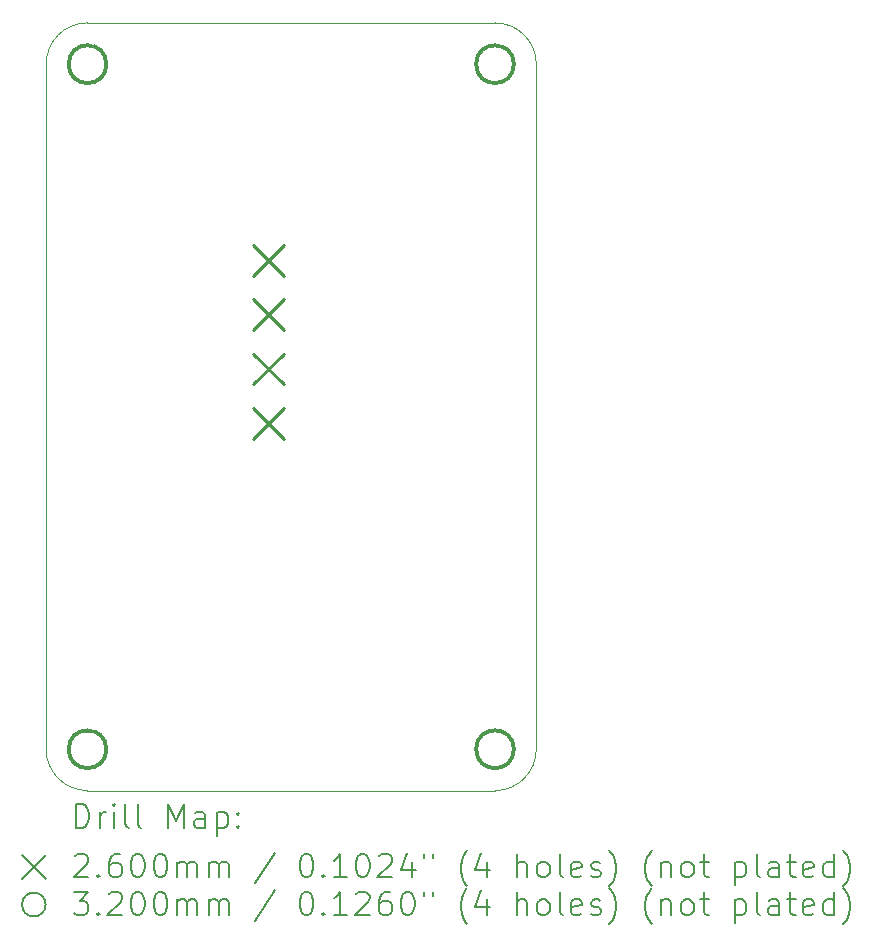
<source format=gbr>
%TF.GenerationSoftware,KiCad,Pcbnew,(6.0.7-1)-1*%
%TF.CreationDate,2022-10-15T14:16:28+02:00*%
%TF.ProjectId,PicoWeather,5069636f-5765-4617-9468-65722e6b6963,rev?*%
%TF.SameCoordinates,Original*%
%TF.FileFunction,Drillmap*%
%TF.FilePolarity,Positive*%
%FSLAX45Y45*%
G04 Gerber Fmt 4.5, Leading zero omitted, Abs format (unit mm)*
G04 Created by KiCad (PCBNEW (6.0.7-1)-1) date 2022-10-15 14:16:28*
%MOMM*%
%LPD*%
G01*
G04 APERTURE LIST*
%ADD10C,0.100000*%
%ADD11C,0.200000*%
%ADD12C,0.260000*%
%ADD13C,0.320000*%
G04 APERTURE END LIST*
D10*
X9650000Y-11500000D02*
G75*
G03*
X10000000Y-11150000I0J350000D01*
G01*
X10000000Y-5350000D02*
X10000000Y-11150000D01*
X5850000Y-11150000D02*
G75*
G03*
X6200000Y-11500000I350000J0D01*
G01*
X6200000Y-5000000D02*
G75*
G03*
X5850000Y-5350000I0J-350000D01*
G01*
X5850000Y-11150000D02*
X5850000Y-5350000D01*
X6200000Y-11500000D02*
X9650000Y-11500000D01*
X6200000Y-5000000D02*
X9650000Y-5000000D01*
X10000000Y-5350000D02*
G75*
G03*
X9650000Y-5000000I-350000J0D01*
G01*
D11*
D12*
X7602500Y-6880000D02*
X7862500Y-7140000D01*
X7862500Y-6880000D02*
X7602500Y-7140000D01*
X7602500Y-7340000D02*
X7862500Y-7600000D01*
X7862500Y-7340000D02*
X7602500Y-7600000D01*
X7602500Y-7800000D02*
X7862500Y-8060000D01*
X7862500Y-7800000D02*
X7602500Y-8060000D01*
X7602500Y-8260000D02*
X7862500Y-8520000D01*
X7862500Y-8260000D02*
X7602500Y-8520000D01*
D13*
X6360000Y-5350000D02*
G75*
G03*
X6360000Y-5350000I-160000J0D01*
G01*
X6360000Y-11150000D02*
G75*
G03*
X6360000Y-11150000I-160000J0D01*
G01*
X9810000Y-5350000D02*
G75*
G03*
X9810000Y-5350000I-160000J0D01*
G01*
X9810000Y-11150000D02*
G75*
G03*
X9810000Y-11150000I-160000J0D01*
G01*
D11*
X6102619Y-11815476D02*
X6102619Y-11615476D01*
X6150238Y-11615476D01*
X6178809Y-11625000D01*
X6197857Y-11644048D01*
X6207381Y-11663095D01*
X6216905Y-11701190D01*
X6216905Y-11729762D01*
X6207381Y-11767857D01*
X6197857Y-11786905D01*
X6178809Y-11805952D01*
X6150238Y-11815476D01*
X6102619Y-11815476D01*
X6302619Y-11815476D02*
X6302619Y-11682143D01*
X6302619Y-11720238D02*
X6312143Y-11701190D01*
X6321667Y-11691667D01*
X6340714Y-11682143D01*
X6359762Y-11682143D01*
X6426428Y-11815476D02*
X6426428Y-11682143D01*
X6426428Y-11615476D02*
X6416905Y-11625000D01*
X6426428Y-11634524D01*
X6435952Y-11625000D01*
X6426428Y-11615476D01*
X6426428Y-11634524D01*
X6550238Y-11815476D02*
X6531190Y-11805952D01*
X6521667Y-11786905D01*
X6521667Y-11615476D01*
X6655000Y-11815476D02*
X6635952Y-11805952D01*
X6626428Y-11786905D01*
X6626428Y-11615476D01*
X6883571Y-11815476D02*
X6883571Y-11615476D01*
X6950238Y-11758333D01*
X7016905Y-11615476D01*
X7016905Y-11815476D01*
X7197857Y-11815476D02*
X7197857Y-11710714D01*
X7188333Y-11691667D01*
X7169286Y-11682143D01*
X7131190Y-11682143D01*
X7112143Y-11691667D01*
X7197857Y-11805952D02*
X7178809Y-11815476D01*
X7131190Y-11815476D01*
X7112143Y-11805952D01*
X7102619Y-11786905D01*
X7102619Y-11767857D01*
X7112143Y-11748809D01*
X7131190Y-11739286D01*
X7178809Y-11739286D01*
X7197857Y-11729762D01*
X7293095Y-11682143D02*
X7293095Y-11882143D01*
X7293095Y-11691667D02*
X7312143Y-11682143D01*
X7350238Y-11682143D01*
X7369286Y-11691667D01*
X7378809Y-11701190D01*
X7388333Y-11720238D01*
X7388333Y-11777381D01*
X7378809Y-11796428D01*
X7369286Y-11805952D01*
X7350238Y-11815476D01*
X7312143Y-11815476D01*
X7293095Y-11805952D01*
X7474048Y-11796428D02*
X7483571Y-11805952D01*
X7474048Y-11815476D01*
X7464524Y-11805952D01*
X7474048Y-11796428D01*
X7474048Y-11815476D01*
X7474048Y-11691667D02*
X7483571Y-11701190D01*
X7474048Y-11710714D01*
X7464524Y-11701190D01*
X7474048Y-11691667D01*
X7474048Y-11710714D01*
X5645000Y-12045000D02*
X5845000Y-12245000D01*
X5845000Y-12045000D02*
X5645000Y-12245000D01*
X6093095Y-12054524D02*
X6102619Y-12045000D01*
X6121667Y-12035476D01*
X6169286Y-12035476D01*
X6188333Y-12045000D01*
X6197857Y-12054524D01*
X6207381Y-12073571D01*
X6207381Y-12092619D01*
X6197857Y-12121190D01*
X6083571Y-12235476D01*
X6207381Y-12235476D01*
X6293095Y-12216428D02*
X6302619Y-12225952D01*
X6293095Y-12235476D01*
X6283571Y-12225952D01*
X6293095Y-12216428D01*
X6293095Y-12235476D01*
X6474048Y-12035476D02*
X6435952Y-12035476D01*
X6416905Y-12045000D01*
X6407381Y-12054524D01*
X6388333Y-12083095D01*
X6378809Y-12121190D01*
X6378809Y-12197381D01*
X6388333Y-12216428D01*
X6397857Y-12225952D01*
X6416905Y-12235476D01*
X6455000Y-12235476D01*
X6474048Y-12225952D01*
X6483571Y-12216428D01*
X6493095Y-12197381D01*
X6493095Y-12149762D01*
X6483571Y-12130714D01*
X6474048Y-12121190D01*
X6455000Y-12111667D01*
X6416905Y-12111667D01*
X6397857Y-12121190D01*
X6388333Y-12130714D01*
X6378809Y-12149762D01*
X6616905Y-12035476D02*
X6635952Y-12035476D01*
X6655000Y-12045000D01*
X6664524Y-12054524D01*
X6674048Y-12073571D01*
X6683571Y-12111667D01*
X6683571Y-12159286D01*
X6674048Y-12197381D01*
X6664524Y-12216428D01*
X6655000Y-12225952D01*
X6635952Y-12235476D01*
X6616905Y-12235476D01*
X6597857Y-12225952D01*
X6588333Y-12216428D01*
X6578809Y-12197381D01*
X6569286Y-12159286D01*
X6569286Y-12111667D01*
X6578809Y-12073571D01*
X6588333Y-12054524D01*
X6597857Y-12045000D01*
X6616905Y-12035476D01*
X6807381Y-12035476D02*
X6826428Y-12035476D01*
X6845476Y-12045000D01*
X6855000Y-12054524D01*
X6864524Y-12073571D01*
X6874048Y-12111667D01*
X6874048Y-12159286D01*
X6864524Y-12197381D01*
X6855000Y-12216428D01*
X6845476Y-12225952D01*
X6826428Y-12235476D01*
X6807381Y-12235476D01*
X6788333Y-12225952D01*
X6778809Y-12216428D01*
X6769286Y-12197381D01*
X6759762Y-12159286D01*
X6759762Y-12111667D01*
X6769286Y-12073571D01*
X6778809Y-12054524D01*
X6788333Y-12045000D01*
X6807381Y-12035476D01*
X6959762Y-12235476D02*
X6959762Y-12102143D01*
X6959762Y-12121190D02*
X6969286Y-12111667D01*
X6988333Y-12102143D01*
X7016905Y-12102143D01*
X7035952Y-12111667D01*
X7045476Y-12130714D01*
X7045476Y-12235476D01*
X7045476Y-12130714D02*
X7055000Y-12111667D01*
X7074048Y-12102143D01*
X7102619Y-12102143D01*
X7121667Y-12111667D01*
X7131190Y-12130714D01*
X7131190Y-12235476D01*
X7226428Y-12235476D02*
X7226428Y-12102143D01*
X7226428Y-12121190D02*
X7235952Y-12111667D01*
X7255000Y-12102143D01*
X7283571Y-12102143D01*
X7302619Y-12111667D01*
X7312143Y-12130714D01*
X7312143Y-12235476D01*
X7312143Y-12130714D02*
X7321667Y-12111667D01*
X7340714Y-12102143D01*
X7369286Y-12102143D01*
X7388333Y-12111667D01*
X7397857Y-12130714D01*
X7397857Y-12235476D01*
X7788333Y-12025952D02*
X7616905Y-12283095D01*
X8045476Y-12035476D02*
X8064524Y-12035476D01*
X8083571Y-12045000D01*
X8093095Y-12054524D01*
X8102619Y-12073571D01*
X8112143Y-12111667D01*
X8112143Y-12159286D01*
X8102619Y-12197381D01*
X8093095Y-12216428D01*
X8083571Y-12225952D01*
X8064524Y-12235476D01*
X8045476Y-12235476D01*
X8026428Y-12225952D01*
X8016905Y-12216428D01*
X8007381Y-12197381D01*
X7997857Y-12159286D01*
X7997857Y-12111667D01*
X8007381Y-12073571D01*
X8016905Y-12054524D01*
X8026428Y-12045000D01*
X8045476Y-12035476D01*
X8197857Y-12216428D02*
X8207381Y-12225952D01*
X8197857Y-12235476D01*
X8188333Y-12225952D01*
X8197857Y-12216428D01*
X8197857Y-12235476D01*
X8397857Y-12235476D02*
X8283571Y-12235476D01*
X8340714Y-12235476D02*
X8340714Y-12035476D01*
X8321667Y-12064048D01*
X8302619Y-12083095D01*
X8283571Y-12092619D01*
X8521667Y-12035476D02*
X8540714Y-12035476D01*
X8559762Y-12045000D01*
X8569286Y-12054524D01*
X8578810Y-12073571D01*
X8588333Y-12111667D01*
X8588333Y-12159286D01*
X8578810Y-12197381D01*
X8569286Y-12216428D01*
X8559762Y-12225952D01*
X8540714Y-12235476D01*
X8521667Y-12235476D01*
X8502619Y-12225952D01*
X8493095Y-12216428D01*
X8483571Y-12197381D01*
X8474048Y-12159286D01*
X8474048Y-12111667D01*
X8483571Y-12073571D01*
X8493095Y-12054524D01*
X8502619Y-12045000D01*
X8521667Y-12035476D01*
X8664524Y-12054524D02*
X8674048Y-12045000D01*
X8693095Y-12035476D01*
X8740714Y-12035476D01*
X8759762Y-12045000D01*
X8769286Y-12054524D01*
X8778810Y-12073571D01*
X8778810Y-12092619D01*
X8769286Y-12121190D01*
X8655000Y-12235476D01*
X8778810Y-12235476D01*
X8950238Y-12102143D02*
X8950238Y-12235476D01*
X8902619Y-12025952D02*
X8855000Y-12168809D01*
X8978810Y-12168809D01*
X9045476Y-12035476D02*
X9045476Y-12073571D01*
X9121667Y-12035476D02*
X9121667Y-12073571D01*
X9416905Y-12311667D02*
X9407381Y-12302143D01*
X9388333Y-12273571D01*
X9378810Y-12254524D01*
X9369286Y-12225952D01*
X9359762Y-12178333D01*
X9359762Y-12140238D01*
X9369286Y-12092619D01*
X9378810Y-12064048D01*
X9388333Y-12045000D01*
X9407381Y-12016428D01*
X9416905Y-12006905D01*
X9578810Y-12102143D02*
X9578810Y-12235476D01*
X9531190Y-12025952D02*
X9483571Y-12168809D01*
X9607381Y-12168809D01*
X9835952Y-12235476D02*
X9835952Y-12035476D01*
X9921667Y-12235476D02*
X9921667Y-12130714D01*
X9912143Y-12111667D01*
X9893095Y-12102143D01*
X9864524Y-12102143D01*
X9845476Y-12111667D01*
X9835952Y-12121190D01*
X10045476Y-12235476D02*
X10026429Y-12225952D01*
X10016905Y-12216428D01*
X10007381Y-12197381D01*
X10007381Y-12140238D01*
X10016905Y-12121190D01*
X10026429Y-12111667D01*
X10045476Y-12102143D01*
X10074048Y-12102143D01*
X10093095Y-12111667D01*
X10102619Y-12121190D01*
X10112143Y-12140238D01*
X10112143Y-12197381D01*
X10102619Y-12216428D01*
X10093095Y-12225952D01*
X10074048Y-12235476D01*
X10045476Y-12235476D01*
X10226429Y-12235476D02*
X10207381Y-12225952D01*
X10197857Y-12206905D01*
X10197857Y-12035476D01*
X10378810Y-12225952D02*
X10359762Y-12235476D01*
X10321667Y-12235476D01*
X10302619Y-12225952D01*
X10293095Y-12206905D01*
X10293095Y-12130714D01*
X10302619Y-12111667D01*
X10321667Y-12102143D01*
X10359762Y-12102143D01*
X10378810Y-12111667D01*
X10388333Y-12130714D01*
X10388333Y-12149762D01*
X10293095Y-12168809D01*
X10464524Y-12225952D02*
X10483571Y-12235476D01*
X10521667Y-12235476D01*
X10540714Y-12225952D01*
X10550238Y-12206905D01*
X10550238Y-12197381D01*
X10540714Y-12178333D01*
X10521667Y-12168809D01*
X10493095Y-12168809D01*
X10474048Y-12159286D01*
X10464524Y-12140238D01*
X10464524Y-12130714D01*
X10474048Y-12111667D01*
X10493095Y-12102143D01*
X10521667Y-12102143D01*
X10540714Y-12111667D01*
X10616905Y-12311667D02*
X10626429Y-12302143D01*
X10645476Y-12273571D01*
X10655000Y-12254524D01*
X10664524Y-12225952D01*
X10674048Y-12178333D01*
X10674048Y-12140238D01*
X10664524Y-12092619D01*
X10655000Y-12064048D01*
X10645476Y-12045000D01*
X10626429Y-12016428D01*
X10616905Y-12006905D01*
X10978810Y-12311667D02*
X10969286Y-12302143D01*
X10950238Y-12273571D01*
X10940714Y-12254524D01*
X10931190Y-12225952D01*
X10921667Y-12178333D01*
X10921667Y-12140238D01*
X10931190Y-12092619D01*
X10940714Y-12064048D01*
X10950238Y-12045000D01*
X10969286Y-12016428D01*
X10978810Y-12006905D01*
X11055000Y-12102143D02*
X11055000Y-12235476D01*
X11055000Y-12121190D02*
X11064524Y-12111667D01*
X11083571Y-12102143D01*
X11112143Y-12102143D01*
X11131190Y-12111667D01*
X11140714Y-12130714D01*
X11140714Y-12235476D01*
X11264524Y-12235476D02*
X11245476Y-12225952D01*
X11235952Y-12216428D01*
X11226428Y-12197381D01*
X11226428Y-12140238D01*
X11235952Y-12121190D01*
X11245476Y-12111667D01*
X11264524Y-12102143D01*
X11293095Y-12102143D01*
X11312143Y-12111667D01*
X11321667Y-12121190D01*
X11331190Y-12140238D01*
X11331190Y-12197381D01*
X11321667Y-12216428D01*
X11312143Y-12225952D01*
X11293095Y-12235476D01*
X11264524Y-12235476D01*
X11388333Y-12102143D02*
X11464524Y-12102143D01*
X11416905Y-12035476D02*
X11416905Y-12206905D01*
X11426428Y-12225952D01*
X11445476Y-12235476D01*
X11464524Y-12235476D01*
X11683571Y-12102143D02*
X11683571Y-12302143D01*
X11683571Y-12111667D02*
X11702619Y-12102143D01*
X11740714Y-12102143D01*
X11759762Y-12111667D01*
X11769286Y-12121190D01*
X11778809Y-12140238D01*
X11778809Y-12197381D01*
X11769286Y-12216428D01*
X11759762Y-12225952D01*
X11740714Y-12235476D01*
X11702619Y-12235476D01*
X11683571Y-12225952D01*
X11893095Y-12235476D02*
X11874048Y-12225952D01*
X11864524Y-12206905D01*
X11864524Y-12035476D01*
X12055000Y-12235476D02*
X12055000Y-12130714D01*
X12045476Y-12111667D01*
X12026428Y-12102143D01*
X11988333Y-12102143D01*
X11969286Y-12111667D01*
X12055000Y-12225952D02*
X12035952Y-12235476D01*
X11988333Y-12235476D01*
X11969286Y-12225952D01*
X11959762Y-12206905D01*
X11959762Y-12187857D01*
X11969286Y-12168809D01*
X11988333Y-12159286D01*
X12035952Y-12159286D01*
X12055000Y-12149762D01*
X12121667Y-12102143D02*
X12197857Y-12102143D01*
X12150238Y-12035476D02*
X12150238Y-12206905D01*
X12159762Y-12225952D01*
X12178809Y-12235476D01*
X12197857Y-12235476D01*
X12340714Y-12225952D02*
X12321667Y-12235476D01*
X12283571Y-12235476D01*
X12264524Y-12225952D01*
X12255000Y-12206905D01*
X12255000Y-12130714D01*
X12264524Y-12111667D01*
X12283571Y-12102143D01*
X12321667Y-12102143D01*
X12340714Y-12111667D01*
X12350238Y-12130714D01*
X12350238Y-12149762D01*
X12255000Y-12168809D01*
X12521667Y-12235476D02*
X12521667Y-12035476D01*
X12521667Y-12225952D02*
X12502619Y-12235476D01*
X12464524Y-12235476D01*
X12445476Y-12225952D01*
X12435952Y-12216428D01*
X12426428Y-12197381D01*
X12426428Y-12140238D01*
X12435952Y-12121190D01*
X12445476Y-12111667D01*
X12464524Y-12102143D01*
X12502619Y-12102143D01*
X12521667Y-12111667D01*
X12597857Y-12311667D02*
X12607381Y-12302143D01*
X12626428Y-12273571D01*
X12635952Y-12254524D01*
X12645476Y-12225952D01*
X12655000Y-12178333D01*
X12655000Y-12140238D01*
X12645476Y-12092619D01*
X12635952Y-12064048D01*
X12626428Y-12045000D01*
X12607381Y-12016428D01*
X12597857Y-12006905D01*
X5845000Y-12465000D02*
G75*
G03*
X5845000Y-12465000I-100000J0D01*
G01*
X6083571Y-12355476D02*
X6207381Y-12355476D01*
X6140714Y-12431667D01*
X6169286Y-12431667D01*
X6188333Y-12441190D01*
X6197857Y-12450714D01*
X6207381Y-12469762D01*
X6207381Y-12517381D01*
X6197857Y-12536428D01*
X6188333Y-12545952D01*
X6169286Y-12555476D01*
X6112143Y-12555476D01*
X6093095Y-12545952D01*
X6083571Y-12536428D01*
X6293095Y-12536428D02*
X6302619Y-12545952D01*
X6293095Y-12555476D01*
X6283571Y-12545952D01*
X6293095Y-12536428D01*
X6293095Y-12555476D01*
X6378809Y-12374524D02*
X6388333Y-12365000D01*
X6407381Y-12355476D01*
X6455000Y-12355476D01*
X6474048Y-12365000D01*
X6483571Y-12374524D01*
X6493095Y-12393571D01*
X6493095Y-12412619D01*
X6483571Y-12441190D01*
X6369286Y-12555476D01*
X6493095Y-12555476D01*
X6616905Y-12355476D02*
X6635952Y-12355476D01*
X6655000Y-12365000D01*
X6664524Y-12374524D01*
X6674048Y-12393571D01*
X6683571Y-12431667D01*
X6683571Y-12479286D01*
X6674048Y-12517381D01*
X6664524Y-12536428D01*
X6655000Y-12545952D01*
X6635952Y-12555476D01*
X6616905Y-12555476D01*
X6597857Y-12545952D01*
X6588333Y-12536428D01*
X6578809Y-12517381D01*
X6569286Y-12479286D01*
X6569286Y-12431667D01*
X6578809Y-12393571D01*
X6588333Y-12374524D01*
X6597857Y-12365000D01*
X6616905Y-12355476D01*
X6807381Y-12355476D02*
X6826428Y-12355476D01*
X6845476Y-12365000D01*
X6855000Y-12374524D01*
X6864524Y-12393571D01*
X6874048Y-12431667D01*
X6874048Y-12479286D01*
X6864524Y-12517381D01*
X6855000Y-12536428D01*
X6845476Y-12545952D01*
X6826428Y-12555476D01*
X6807381Y-12555476D01*
X6788333Y-12545952D01*
X6778809Y-12536428D01*
X6769286Y-12517381D01*
X6759762Y-12479286D01*
X6759762Y-12431667D01*
X6769286Y-12393571D01*
X6778809Y-12374524D01*
X6788333Y-12365000D01*
X6807381Y-12355476D01*
X6959762Y-12555476D02*
X6959762Y-12422143D01*
X6959762Y-12441190D02*
X6969286Y-12431667D01*
X6988333Y-12422143D01*
X7016905Y-12422143D01*
X7035952Y-12431667D01*
X7045476Y-12450714D01*
X7045476Y-12555476D01*
X7045476Y-12450714D02*
X7055000Y-12431667D01*
X7074048Y-12422143D01*
X7102619Y-12422143D01*
X7121667Y-12431667D01*
X7131190Y-12450714D01*
X7131190Y-12555476D01*
X7226428Y-12555476D02*
X7226428Y-12422143D01*
X7226428Y-12441190D02*
X7235952Y-12431667D01*
X7255000Y-12422143D01*
X7283571Y-12422143D01*
X7302619Y-12431667D01*
X7312143Y-12450714D01*
X7312143Y-12555476D01*
X7312143Y-12450714D02*
X7321667Y-12431667D01*
X7340714Y-12422143D01*
X7369286Y-12422143D01*
X7388333Y-12431667D01*
X7397857Y-12450714D01*
X7397857Y-12555476D01*
X7788333Y-12345952D02*
X7616905Y-12603095D01*
X8045476Y-12355476D02*
X8064524Y-12355476D01*
X8083571Y-12365000D01*
X8093095Y-12374524D01*
X8102619Y-12393571D01*
X8112143Y-12431667D01*
X8112143Y-12479286D01*
X8102619Y-12517381D01*
X8093095Y-12536428D01*
X8083571Y-12545952D01*
X8064524Y-12555476D01*
X8045476Y-12555476D01*
X8026428Y-12545952D01*
X8016905Y-12536428D01*
X8007381Y-12517381D01*
X7997857Y-12479286D01*
X7997857Y-12431667D01*
X8007381Y-12393571D01*
X8016905Y-12374524D01*
X8026428Y-12365000D01*
X8045476Y-12355476D01*
X8197857Y-12536428D02*
X8207381Y-12545952D01*
X8197857Y-12555476D01*
X8188333Y-12545952D01*
X8197857Y-12536428D01*
X8197857Y-12555476D01*
X8397857Y-12555476D02*
X8283571Y-12555476D01*
X8340714Y-12555476D02*
X8340714Y-12355476D01*
X8321667Y-12384048D01*
X8302619Y-12403095D01*
X8283571Y-12412619D01*
X8474048Y-12374524D02*
X8483571Y-12365000D01*
X8502619Y-12355476D01*
X8550238Y-12355476D01*
X8569286Y-12365000D01*
X8578810Y-12374524D01*
X8588333Y-12393571D01*
X8588333Y-12412619D01*
X8578810Y-12441190D01*
X8464524Y-12555476D01*
X8588333Y-12555476D01*
X8759762Y-12355476D02*
X8721667Y-12355476D01*
X8702619Y-12365000D01*
X8693095Y-12374524D01*
X8674048Y-12403095D01*
X8664524Y-12441190D01*
X8664524Y-12517381D01*
X8674048Y-12536428D01*
X8683571Y-12545952D01*
X8702619Y-12555476D01*
X8740714Y-12555476D01*
X8759762Y-12545952D01*
X8769286Y-12536428D01*
X8778810Y-12517381D01*
X8778810Y-12469762D01*
X8769286Y-12450714D01*
X8759762Y-12441190D01*
X8740714Y-12431667D01*
X8702619Y-12431667D01*
X8683571Y-12441190D01*
X8674048Y-12450714D01*
X8664524Y-12469762D01*
X8902619Y-12355476D02*
X8921667Y-12355476D01*
X8940714Y-12365000D01*
X8950238Y-12374524D01*
X8959762Y-12393571D01*
X8969286Y-12431667D01*
X8969286Y-12479286D01*
X8959762Y-12517381D01*
X8950238Y-12536428D01*
X8940714Y-12545952D01*
X8921667Y-12555476D01*
X8902619Y-12555476D01*
X8883571Y-12545952D01*
X8874048Y-12536428D01*
X8864524Y-12517381D01*
X8855000Y-12479286D01*
X8855000Y-12431667D01*
X8864524Y-12393571D01*
X8874048Y-12374524D01*
X8883571Y-12365000D01*
X8902619Y-12355476D01*
X9045476Y-12355476D02*
X9045476Y-12393571D01*
X9121667Y-12355476D02*
X9121667Y-12393571D01*
X9416905Y-12631667D02*
X9407381Y-12622143D01*
X9388333Y-12593571D01*
X9378810Y-12574524D01*
X9369286Y-12545952D01*
X9359762Y-12498333D01*
X9359762Y-12460238D01*
X9369286Y-12412619D01*
X9378810Y-12384048D01*
X9388333Y-12365000D01*
X9407381Y-12336428D01*
X9416905Y-12326905D01*
X9578810Y-12422143D02*
X9578810Y-12555476D01*
X9531190Y-12345952D02*
X9483571Y-12488809D01*
X9607381Y-12488809D01*
X9835952Y-12555476D02*
X9835952Y-12355476D01*
X9921667Y-12555476D02*
X9921667Y-12450714D01*
X9912143Y-12431667D01*
X9893095Y-12422143D01*
X9864524Y-12422143D01*
X9845476Y-12431667D01*
X9835952Y-12441190D01*
X10045476Y-12555476D02*
X10026429Y-12545952D01*
X10016905Y-12536428D01*
X10007381Y-12517381D01*
X10007381Y-12460238D01*
X10016905Y-12441190D01*
X10026429Y-12431667D01*
X10045476Y-12422143D01*
X10074048Y-12422143D01*
X10093095Y-12431667D01*
X10102619Y-12441190D01*
X10112143Y-12460238D01*
X10112143Y-12517381D01*
X10102619Y-12536428D01*
X10093095Y-12545952D01*
X10074048Y-12555476D01*
X10045476Y-12555476D01*
X10226429Y-12555476D02*
X10207381Y-12545952D01*
X10197857Y-12526905D01*
X10197857Y-12355476D01*
X10378810Y-12545952D02*
X10359762Y-12555476D01*
X10321667Y-12555476D01*
X10302619Y-12545952D01*
X10293095Y-12526905D01*
X10293095Y-12450714D01*
X10302619Y-12431667D01*
X10321667Y-12422143D01*
X10359762Y-12422143D01*
X10378810Y-12431667D01*
X10388333Y-12450714D01*
X10388333Y-12469762D01*
X10293095Y-12488809D01*
X10464524Y-12545952D02*
X10483571Y-12555476D01*
X10521667Y-12555476D01*
X10540714Y-12545952D01*
X10550238Y-12526905D01*
X10550238Y-12517381D01*
X10540714Y-12498333D01*
X10521667Y-12488809D01*
X10493095Y-12488809D01*
X10474048Y-12479286D01*
X10464524Y-12460238D01*
X10464524Y-12450714D01*
X10474048Y-12431667D01*
X10493095Y-12422143D01*
X10521667Y-12422143D01*
X10540714Y-12431667D01*
X10616905Y-12631667D02*
X10626429Y-12622143D01*
X10645476Y-12593571D01*
X10655000Y-12574524D01*
X10664524Y-12545952D01*
X10674048Y-12498333D01*
X10674048Y-12460238D01*
X10664524Y-12412619D01*
X10655000Y-12384048D01*
X10645476Y-12365000D01*
X10626429Y-12336428D01*
X10616905Y-12326905D01*
X10978810Y-12631667D02*
X10969286Y-12622143D01*
X10950238Y-12593571D01*
X10940714Y-12574524D01*
X10931190Y-12545952D01*
X10921667Y-12498333D01*
X10921667Y-12460238D01*
X10931190Y-12412619D01*
X10940714Y-12384048D01*
X10950238Y-12365000D01*
X10969286Y-12336428D01*
X10978810Y-12326905D01*
X11055000Y-12422143D02*
X11055000Y-12555476D01*
X11055000Y-12441190D02*
X11064524Y-12431667D01*
X11083571Y-12422143D01*
X11112143Y-12422143D01*
X11131190Y-12431667D01*
X11140714Y-12450714D01*
X11140714Y-12555476D01*
X11264524Y-12555476D02*
X11245476Y-12545952D01*
X11235952Y-12536428D01*
X11226428Y-12517381D01*
X11226428Y-12460238D01*
X11235952Y-12441190D01*
X11245476Y-12431667D01*
X11264524Y-12422143D01*
X11293095Y-12422143D01*
X11312143Y-12431667D01*
X11321667Y-12441190D01*
X11331190Y-12460238D01*
X11331190Y-12517381D01*
X11321667Y-12536428D01*
X11312143Y-12545952D01*
X11293095Y-12555476D01*
X11264524Y-12555476D01*
X11388333Y-12422143D02*
X11464524Y-12422143D01*
X11416905Y-12355476D02*
X11416905Y-12526905D01*
X11426428Y-12545952D01*
X11445476Y-12555476D01*
X11464524Y-12555476D01*
X11683571Y-12422143D02*
X11683571Y-12622143D01*
X11683571Y-12431667D02*
X11702619Y-12422143D01*
X11740714Y-12422143D01*
X11759762Y-12431667D01*
X11769286Y-12441190D01*
X11778809Y-12460238D01*
X11778809Y-12517381D01*
X11769286Y-12536428D01*
X11759762Y-12545952D01*
X11740714Y-12555476D01*
X11702619Y-12555476D01*
X11683571Y-12545952D01*
X11893095Y-12555476D02*
X11874048Y-12545952D01*
X11864524Y-12526905D01*
X11864524Y-12355476D01*
X12055000Y-12555476D02*
X12055000Y-12450714D01*
X12045476Y-12431667D01*
X12026428Y-12422143D01*
X11988333Y-12422143D01*
X11969286Y-12431667D01*
X12055000Y-12545952D02*
X12035952Y-12555476D01*
X11988333Y-12555476D01*
X11969286Y-12545952D01*
X11959762Y-12526905D01*
X11959762Y-12507857D01*
X11969286Y-12488809D01*
X11988333Y-12479286D01*
X12035952Y-12479286D01*
X12055000Y-12469762D01*
X12121667Y-12422143D02*
X12197857Y-12422143D01*
X12150238Y-12355476D02*
X12150238Y-12526905D01*
X12159762Y-12545952D01*
X12178809Y-12555476D01*
X12197857Y-12555476D01*
X12340714Y-12545952D02*
X12321667Y-12555476D01*
X12283571Y-12555476D01*
X12264524Y-12545952D01*
X12255000Y-12526905D01*
X12255000Y-12450714D01*
X12264524Y-12431667D01*
X12283571Y-12422143D01*
X12321667Y-12422143D01*
X12340714Y-12431667D01*
X12350238Y-12450714D01*
X12350238Y-12469762D01*
X12255000Y-12488809D01*
X12521667Y-12555476D02*
X12521667Y-12355476D01*
X12521667Y-12545952D02*
X12502619Y-12555476D01*
X12464524Y-12555476D01*
X12445476Y-12545952D01*
X12435952Y-12536428D01*
X12426428Y-12517381D01*
X12426428Y-12460238D01*
X12435952Y-12441190D01*
X12445476Y-12431667D01*
X12464524Y-12422143D01*
X12502619Y-12422143D01*
X12521667Y-12431667D01*
X12597857Y-12631667D02*
X12607381Y-12622143D01*
X12626428Y-12593571D01*
X12635952Y-12574524D01*
X12645476Y-12545952D01*
X12655000Y-12498333D01*
X12655000Y-12460238D01*
X12645476Y-12412619D01*
X12635952Y-12384048D01*
X12626428Y-12365000D01*
X12607381Y-12336428D01*
X12597857Y-12326905D01*
M02*

</source>
